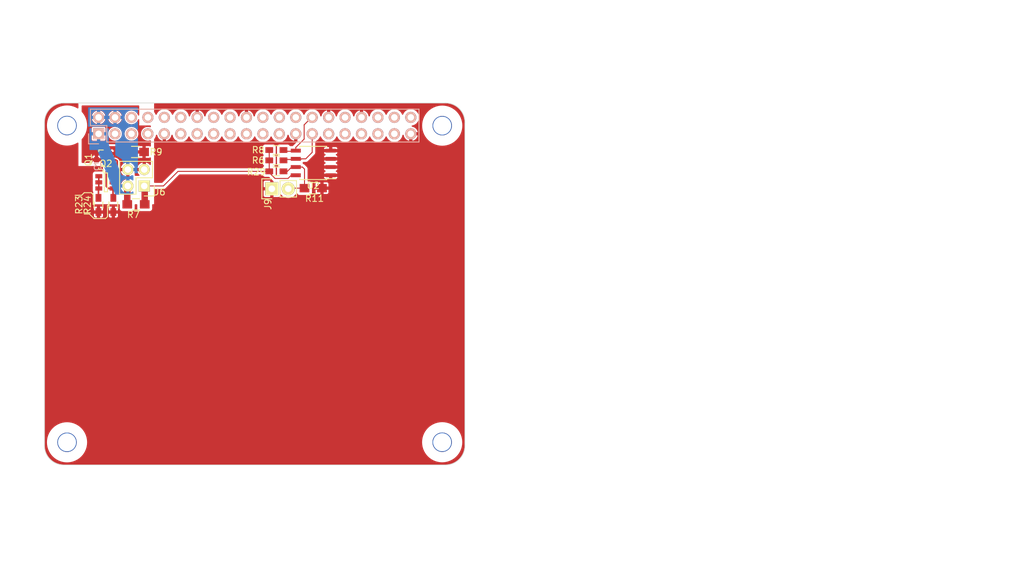
<source format=kicad_pcb>
(kicad_pcb (version 20221018) (generator pcbnew)
  (layers (0 "F.Cu" signal) (1 "In1.Cu" signal) (2 "In2.Cu" signal) (31 "B.Cu" signal) (34 "B.Paste" user) (35 "F.Paste" user) (36 "B.SilkS" user "B.Silkscreen") (37 "F.SilkS" user "F.Silkscreen") (38 "B.Mask" user) (39 "F.Mask" user) (44 "Edge.Cuts" user))
  (net 0 "")
  (net 1 "GND")
  (net 2 "/ID_SD_EEPROM")
  (net 3 "/ID_SC_EEPROM")
  (net 4 "Net-(Q1-Pad1)")
  (net 5 "Net-(Q2-Pad1)")
  (net 6 "/P3V3_HAT")
  (net 7 "/P5V_HAT")
  (net 8 "/P3V3")
  (net 9 "/P5V")
  (net 10 "Net-(J9-Pad2)")
  (footprint "Pin_Headers:Pin_Header_Straight_2x02" (layer "F.Cu") (at 93.98 73.66 180)
    (fp_text reference "J6" (at -2.42 -0.94 180) (layer "F.SilkS"))
    (fp_text value "CONN_02X02")
    (fp_line (start -1.55 0) (end -1.55 -1.55) (stroke (width 0.15)) (layer "F.SilkS"))
    (fp_line (start -1.27 1.27) (end 1.27 1.27) (stroke (width 0.15)) (layer "F.SilkS"))
    (fp_line (start -1.27 3.81) (end -1.27 1.27) (stroke (width 0.15)) (layer "F.SilkS"))
    (fp_line (start 0 -1.55) (end -1.55 -1.55) (stroke (width 0.15)) (layer "F.SilkS"))
    (fp_line (start 1.27 -1.27) (end 3.81 -1.27) (stroke (width 0.15)) (layer "F.SilkS"))
    (fp_line (start 1.27 1.27) (end 1.27 -1.27) (stroke (width 0.15)) (layer "F.SilkS"))
    (fp_line (start 3.81 -1.27) (end 3.81 3.81) (stroke (width 0.15)) (layer "F.SilkS"))
    (fp_line (start 3.81 3.81) (end -1.27 3.81) (stroke (width 0.15)) (layer "F.SilkS"))
    (pad "1" thru_hole rect (at 0 0 180) (size 1.7272 1.7272) (drill 1.016) (layers "*.Cu" "*.Mask" "F.SilkS") (net 8 "/P3V3"))
    (pad "2" thru_hole oval (at 2.54 0 180) (size 1.7272 1.7272) (drill 1.016) (layers "*.Cu" "*.Mask" "F.SilkS") (net 6 "/P3V3_HAT"))
    (pad "3" thru_hole oval (at 0 2.54 180) (size 1.7272 1.7272) (drill 1.016) (layers "*.Cu" "*.Mask" "F.SilkS") (net 9 "/P5V"))
    (pad "4" thru_hole oval (at 2.54 2.54 180) (size 1.7272 1.7272) (drill 1.016) (layers "*.Cu" "*.Mask" "F.SilkS") (net 7 "/P5V_HAT"))
  )
  (footprint "Pin_Headers:Pin_Header_Straight_1x02" (layer "F.Cu") (at 113.7 74.1 90)
    (fp_text reference "J9" (at -2.4 -0.6 90) (layer "F.SilkS"))
    (fp_text value "CONN_01X02")
    (fp_line (start -1.55 -1.55) (end 1.55 -1.55) (stroke (width 0.15)) (layer "F.SilkS"))
    (fp_line (start -1.55 0) (end -1.55 -1.55) (stroke (width 0.15)) (layer "F.SilkS"))
    (fp_line (start -1.27 1.27) (end -1.27 3.81) (stroke (width 0.15)) (layer "F.SilkS"))
    (fp_line (start -1.27 3.81) (end 1.27 3.81) (stroke (width 0.15)) (layer "F.SilkS"))
    (fp_line (start 1.27 1.27) (end -1.27 1.27) (stroke (width 0.15)) (layer "F.SilkS"))
    (fp_line (start 1.27 1.27) (end 1.27 3.81) (stroke (width 0.15)) (layer "F.SilkS"))
    (fp_line (start 1.55 -1.55) (end 1.55 0) (stroke (width 0.15)) (layer "F.SilkS"))
    (pad "1" thru_hole rect (at 0 0 90) (size 2.032 2.032) (drill 1.016) (layers "*.Cu" "*.Mask" "F.SilkS") (net 1 "GND"))
    (pad "2" thru_hole oval (at 0 2.54 90) (size 2.032 2.032) (drill 1.016) (layers "*.Cu" "*.Mask" "F.SilkS") (net 10 "Net-(J9-Pad2)"))
  )
  (footprint "Resistors_SMD:R_0603_HandSoldering" (layer "F.Cu") (at 114.4 69.7)
    (fp_text reference "R6" (at -2.8 0) (layer "F.SilkS"))
    (fp_text value "3.9K")
    (fp_line (start -0.5 -0.675) (end 0.5 -0.675) (stroke (width 0.15)) (layer "F.SilkS"))
    (fp_line (start 0.5 0.675) (end -0.5 0.675) (stroke (width 0.15)) (layer "F.SilkS"))
    (pad "1" smd rect (at -1.1 0) (size 1.2 0.9) (layers "F.Cu" "F.Paste" "F.Mask") (net 8 "/P3V3"))
    (pad "2" smd rect (at 1.1 0) (size 1.2 0.9) (layers "F.Cu" "F.Paste" "F.Mask") (net 2 "/ID_SD_EEPROM"))
  )
  (footprint "Resistors_SMD:R_0805_HandSoldering" (layer "F.Cu") (at 92.7 76.5)
    (fp_text reference "R7" (at -0.4 1.6) (layer "F.SilkS"))
    (fp_text value "DNP")
    (fp_line (start -0.6 -0.875) (end 0.6 -0.875) (stroke (width 0.15)) (layer "F.SilkS"))
    (fp_line (start 0.6 0.875) (end -0.6 0.875) (stroke (width 0.15)) (layer "F.SilkS"))
    (pad "1" smd rect (at -1.35 0) (size 1.5 1.3) (layers "F.Cu" "F.Paste" "F.Mask") (net 6 "/P3V3_HAT"))
    (pad "2" smd rect (at 1.35 0) (size 1.5 1.3) (layers "F.Cu" "F.Paste" "F.Mask") (net 8 "/P3V3"))
  )
  (footprint "Resistors_SMD:R_0603_HandSoldering" (layer "F.Cu") (at 114.4 68.1)
    (fp_text reference "R8" (at -2.8 0) (layer "F.SilkS"))
    (fp_text value "3.9K")
    (fp_line (start -0.5 -0.675) (end 0.5 -0.675) (stroke (width 0.15)) (layer "F.SilkS"))
    (fp_line (start 0.5 0.675) (end -0.5 0.675) (stroke (width 0.15)) (layer "F.SilkS"))
    (pad "1" smd rect (at -1.1 0) (size 1.2 0.9) (layers "F.Cu" "F.Paste" "F.Mask") (net 8 "/P3V3"))
    (pad "2" smd rect (at 1.1 0) (size 1.2 0.9) (layers "F.Cu" "F.Paste" "F.Mask") (net 3 "/ID_SC_EEPROM"))
  )
  (footprint "Resistors_SMD:R_0805_HandSoldering" (layer "F.Cu") (at 92.6 68.4)
    (fp_text reference "R9" (at 3.2 0) (layer "F.SilkS"))
    (fp_text value "DNP")
    (fp_line (start -0.6 -0.875) (end 0.6 -0.875) (stroke (width 0.15)) (layer "F.SilkS"))
    (fp_line (start 0.6 0.875) (end -0.6 0.875) (stroke (width 0.15)) (layer "F.SilkS"))
    (pad "1" smd rect (at -1.35 0) (size 1.5 1.3) (layers "F.Cu" "F.Paste" "F.Mask") (net 7 "/P5V_HAT"))
    (pad "2" smd rect (at 1.35 0) (size 1.5 1.3) (layers "F.Cu" "F.Paste" "F.Mask") (net 9 "/P5V"))
  )
  (footprint "Resistors_SMD:R_0805_HandSoldering" (layer "F.Cu") (at 120.1 74)
    (fp_text reference "R11" (at 0.2 1.6) (layer "F.SilkS"))
    (fp_text value "DNP")
    (fp_line (start -0.6 -0.875) (end 0.6 -0.875) (stroke (width 0.15)) (layer "F.SilkS"))
    (fp_line (start 0.6 0.875) (end -0.6 0.875) (stroke (width 0.15)) (layer "F.SilkS"))
    (pad "1" smd rect (at -1.35 0) (size 1.5 1.3) (layers "F.Cu" "F.Paste" "F.Mask") (net 10 "Net-(J9-Pad2)"))
    (pad "2" smd rect (at 1.35 0) (size 1.5 1.3) (layers "F.Cu" "F.Paste" "F.Mask") (net 1 "GND"))
  )
  (footprint "Resistors_SMD:R_0603_HandSoldering" (layer "F.Cu") (at 86.9 76.6 -90)
    (fp_text reference "R23" (at 0 3 270) (layer "F.SilkS"))
    (fp_text value "22")
    (fp_line (start -0.5 -0.675) (end 0.5 -0.675) (stroke (width 0.15)) (layer "F.SilkS"))
    (fp_line (start 0.5 0.675) (end -0.5 0.675) (stroke (width 0.15)) (layer "F.SilkS"))
    (pad "1" smd rect (at -1.1 0 270) (size 1.2 0.9) (layers "F.Cu" "F.Paste" "F.Mask") (net 5 "Net-(Q2-Pad1)"))
    (pad "2" smd rect (at 1.1 0 270) (size 1.2 0.9) (layers "F.Cu" "F.Paste" "F.Mask") (net 1 "GND"))
  )
  (footprint "Resistors_SMD:R_0603_HandSoldering" (layer "F.Cu") (at 89.2 76.6 -90)
    (fp_text reference "R24" (at 0 4 270) (layer "F.SilkS"))
    (fp_text value "22")
    (fp_line (start -0.5 -0.675) (end 0.5 -0.675) (stroke (width 0.15)) (layer "F.SilkS"))
    (fp_line (start 0.5 0.675) (end -0.5 0.675) (stroke (width 0.15)) (layer "F.SilkS"))
    (pad "1" smd rect (at -1.1 0 270) (size 1.2 0.9) (layers "F.Cu" "F.Paste" "F.Mask") (net 4 "Net-(Q1-Pad1)"))
    (pad "2" smd rect (at 1.1 0 270) (size 1.2 0.9) (layers "F.Cu" "F.Paste" "F.Mask") (net 1 "GND"))
  )
  (footprint "Resistors_SMD:R_0603_HandSoldering" (layer "F.Cu") (at 114.4 71.4)
    (fp_text reference "R29" (at -3.1 0.1) (layer "F.SilkS"))
    (fp_text value "10K")
    (fp_line (start -0.5 -0.675) (end 0.5 -0.675) (stroke (width 0.15)) (layer "F.SilkS"))
    (fp_line (start 0.5 0.675) (end -0.5 0.675) (stroke (width 0.15)) (layer "F.SilkS"))
    (pad "1" smd rect (at -1.1 0) (size 1.2 0.9) (layers "F.Cu" "F.Paste" "F.Mask") (net 8 "/P3V3"))
    (pad "2" smd rect (at 1.1 0) (size 1.2 0.9) (layers "F.Cu" "F.Paste" "F.Mask") (net 10 "Net-(J9-Pad2)"))
  )
  (footprint "TO_SOT_Packages_SMD:SOT-23" (layer "F.Cu") (at 87.6 69.6 90)
    (fp_text reference "Q1" (at 0 -2.25 90) (layer "F.SilkS"))
    (fp_text value "DMG2305UX")
    (fp_line (start -1.49982 -0.65024) (end -1.2509 -0.65024) (stroke (width 0.15)) (layer "F.SilkS"))
    (fp_line (start -1.49982 0.0508) (end -1.49982 -0.65024) (stroke (width 0.15)) (layer "F.SilkS"))
    (fp_line (start 1.29916 -0.65024) (end 1.2509 -0.65024) (stroke (width 0.15)) (layer "F.SilkS"))
    (fp_line (start 1.29916 -0.65024) (end 1.49982 -0.65024) (stroke (width 0.15)) (layer "F.SilkS"))
    (fp_line (start 1.49982 -0.65024) (end 1.49982 0.0508) (stroke (width 0.15)) (layer "F.SilkS"))
    (pad "1" smd rect (at -0.95 1.00076 90) (size 0.8001 0.8001) (layers "F.Cu" "F.Paste" "F.Mask") (net 4 "Net-(Q1-Pad1)"))
    (pad "2" smd rect (at 0.95 1.00076 90) (size 0.8001 0.8001) (layers "F.Cu" "F.Paste" "F.Mask") (net 7 "/P5V_HAT"))
    (pad "3" smd rect (at 0 -0.99822 90) (size 0.8001 0.8001) (layers "F.Cu" "F.Paste" "F.Mask") (net 9 "/P5V"))
  )
  (footprint "TO_SOT_Packages_SMD:SOT-23-6" (layer "F.Cu") (at 88.05 73.1)
    (fp_text reference "Q2" (at 0 -2.9) (layer "F.SilkS"))
    (fp_text value "DMMT5401")
    (fp_line (start -0.25 -1.45) (end -0.25 1.45) (stroke (width 0.15)) (layer "F.SilkS"))
    (fp_line (start -0.25 1.45) (end 0.25 1.45) (stroke (width 0.15)) (layer "F.SilkS"))
    (fp_line (start 0.25 -1.45) (end -0.25 -1.45) (stroke (width 0.15)) (layer "F.SilkS"))
    (fp_line (start 0.25 1.45) (end 0.25 -1.45) (stroke (width 0.15)) (layer "F.SilkS"))
    (fp_circle (center -0.4 -1.7) (end -0.3 -1.7) (stroke (width 0.15)) (fill none) (layer "F.SilkS"))
    (pad "1" smd rect (at -1.1 -0.95) (size 1.06 0.65) (layers "F.Cu" "F.Paste" "F.Mask") (net 5 "Net-(Q2-Pad1)"))
    (pad "2" smd rect (at -1.1 0) (size 1.06 0.65) (layers "F.Cu" "F.Paste" "F.Mask") (net 5 "Net-(Q2-Pad1)"))
    (pad "3" smd rect (at -1.1 0.95) (size 1.06 0.65) (layers "F.Cu" "F.Paste" "F.Mask") (net 5 "Net-(Q2-Pad1)"))
    (pad "4" smd rect (at 1.1 0.95) (size 1.06 0.65) (layers "F.Cu" "F.Paste" "F.Mask") (net 4 "Net-(Q1-Pad1)"))
    (pad "5" smd rect (at 1.1 0) (size 1.06 0.65) (layers "F.Cu" "F.Paste" "F.Mask") (net 7 "/P5V_HAT"))
    (pad "6" smd rect (at 1.1 -0.95) (size 1.06 0.65) (layers "F.Cu" "F.Paste" "F.Mask") (net 9 "/P5V"))
  )
  (footprint "Housings_SOIC:SOIC-8_3.9x4.9mm_Pitch1.27mm" (layer "F.Cu") (at 120.1 70.1 180)
    (fp_text reference "U2" (at 0 -3.5 180) (layer "F.SilkS"))
    (fp_text value "CAT24C32")
    (fp_line (start -2.075 -2.575) (end -2.075 -2.43) (stroke (width 0.15)) (layer "F.SilkS"))
    (fp_line (start -2.075 -2.575) (end 2.075 -2.575) (stroke (width 0.15)) (layer "F.SilkS"))
    (fp_line (start -2.075 -2.43) (end -3.475 -2.43) (stroke (width 0.15)) (layer "F.SilkS"))
    (fp_line (start -2.075 2.575) (end -2.075 2.43) (stroke (width 0.15)) (layer "F.SilkS"))
    (fp_line (start -2.075 2.575) (end 2.075 2.575) (stroke (width 0.15)) (layer "F.SilkS"))
    (fp_line (start 2.075 -2.575) (end 2.075 -2.43) (stroke (width 0.15)) (layer "F.SilkS"))
    (fp_line (start 2.075 2.575) (end 2.075 2.43) (stroke (width 0.15)) (layer "F.SilkS"))
    (pad "1" smd rect (at -2.7 -1.905 180) (size 1.55 0.6) (layers "F.Cu" "F.Paste" "F.Mask") (net 1 "GND"))
    (pad "2" smd rect (at -2.7 -0.635 180) (size 1.55 0.6) (layers "F.Cu" "F.Paste" "F.Mask") (net 1 "GND"))
    (pad "3" smd rect (at -2.7 0.635 180) (size 1.55 0.6) (layers "F.Cu" "F.Paste" "F.Mask") (net 1 "GND"))
    (pad "4" smd rect (at -2.7 1.905 180) (size 1.55 0.6) (layers "F.Cu" "F.Paste" "F.Mask") (net 1 "GND"))
    (pad "5" smd rect (at 2.7 1.905 180) (size 1.55 0.6) (layers "F.Cu" "F.Paste" "F.Mask") (net 3 "/ID_SC_EEPROM"))
    (pad "6" smd rect (at 2.7 0.635 180) (size 1.55 0.6) (layers "F.Cu" "F.Paste" "F.Mask") (net 2 "/ID_SD_EEPROM"))
    (pad "7" smd rect (at 2.7 -0.635 180) (size 1.55 0.6) (layers "F.Cu" "F.Paste" "F.Mask") (net 10 "Net-(J9-Pad2)"))
    (pad "8" smd rect (at 2.7 -1.905 180) (size 1.55 0.6) (layers "F.Cu" "F.Paste" "F.Mask") (net 8 "/P3V3"))
  )
  (footprint "project_footprints:NPTH_3mm_ID" (layer "F.Cu") (at 82.04 64.31)
    (fp_text reference "H1" (at 0.06 0.09) (layer "F.SilkS"))
    (fp_text value "3mm_Mounting_Hole")
    (pad "" np_thru_hole circle locked (at 0 0) (size 3 3) (drill 2.75) (layers "*.Cu" "*.Mask") (clearance 1.6))
  )
  (footprint "project_footprints:NPTH_3mm_ID" (layer "F.Cu") (at 140.04 64.33)
    (fp_text reference "H2" (at 0.06 0.09) (layer "F.SilkS"))
    (fp_text value "3mm_Mounting_Hole")
    (pad "" np_thru_hole circle locked (at 0 0) (size 3 3) (drill 2.75) (layers "*.Cu" "*.Mask") (clearance 1.6))
  )
  (footprint "project_footprints:NPTH_3mm_ID" (layer "F.Cu") (at 82.04 113.32)
    (fp_text reference "H3" (at 0.06 0.09) (layer "F.SilkS"))
    (fp_text value "3mm_Mounting_Hole")
    (pad "" np_thru_hole circle locked (at 0 0) (size 3 3) (drill 2.75) (layers "*.Cu" "*.Mask") (clearance 1.6))
  )
  (footprint "project_footprints:NPTH_3mm_ID" (layer "F.Cu") (at 140.03 113.31)
    (fp_text reference "H4" (at 0.06 0.09) (layer "F.SilkS"))
    (fp_text value "3mm_Mounting_Hole")
    (pad "" np_thru_hole circle locked (at 0 0) (size 3 3) (drill 2.75) (layers "*.Cu" "*.Mask") (clearance 1.6))
  )
  (footprint "Socket_Strips:Socket_Strip_Straight_2x20" (layer "B.Cu") (at 86.92 65.59)
    (fp_text reference "J3" (at 0 5.1) (layer "B.SilkS") (effects (justify mirror)))
    (fp_text value "40HAT")
    (fp_line (start -1.55 1.55) (end -1.55 0) (stroke (width 0.15)) (layer "B.SilkS"))
    (fp_line (start -1.27 -3.81) (end -1.27 -1.27) (stroke (width 0.15)) (layer "B.SilkS"))
    (fp_line (start -1.27 -1.27) (end 1.27 -1.27) (stroke (width 0.15)) (layer "B.SilkS"))
    (fp_line (start 0 1.55) (end -1.55 1.55) (stroke (width 0.15)) (layer "B.SilkS"))
    (fp_line (start 1.27 -1.27) (end 1.27 1.27) (stroke (width 0.15)) (layer "B.SilkS"))
    (fp_line (start 1.27 1.27) (end 49.53 1.27) (stroke (width 0.15)) (layer "B.SilkS"))
    (fp_line (start 49.53 -3.81) (end -1.27 -3.81) (stroke (width 0.15)) (layer "B.SilkS"))
    (fp_line (start 49.53 -3.81) (end 49.53 1.27) (stroke (width 0.15)) (layer "B.SilkS"))
    (pad "1" thru_hole rect locked (at 0 0) (size 1.7272 1.7272) (drill 1.016) (layers "*.Cu" "*.Mask" "B.SilkS") (net 6 "/P3V3_HAT"))
    (pad "2" thru_hole oval locked (at 0 -2.54) (size 1.7272 1.7272) (drill 1.016) (layers "*.Cu" "*.Mask" "B.SilkS") (net 7 "/P5V_HAT"))
    (pad "3" thru_hole oval locked (at 2.54 0) (size 1.7272 1.7272) (drill 1.016) (layers "*.Cu" "*.Mask" "B.SilkS"))
    (pad "4" thru_hole oval locked (at 2.54 -2.54) (size 1.7272 1.7272) (drill 1.016) (layers "*.Cu" "*.Mask" "B.SilkS") (net 7 "/P5V_HAT"))
    (pad "5" thru_hole oval locked (at 5.08 0) (size 1.7272 1.7272) (drill 1.016) (layers "*.Cu" "*.Mask" "B.SilkS"))
    (pad "6" thru_hole oval locked (at 5.08 -2.54) (size 1.7272 1.7272) (drill 1.016) (layers "*.Cu" "*.Mask" "B.SilkS") (net 1 "GND"))
    (pad "7" thru_hole oval locked (at 7.62 0) (size 1.7272 1.7272) (drill 1.016) (layers "*.Cu" "*.Mask" "B.SilkS"))
    (pad "8" thru_hole oval locked (at 7.62 -2.54) (size 1.7272 1.7272) (drill 1.016) (layers "*.Cu" "*.Mask" "B.SilkS"))
    (pad "9" thru_hole oval locked (at 10.16 0) (size 1.7272 1.7272) (drill 1.016) (layers "*.Cu" "*.Mask" "B.SilkS") (net 1 "GND"))
    (pad "10" thru_hole oval locked (at 10.16 -2.54) (size 1.7272 1.7272) (drill 1.016) (layers "*.Cu" "*.Mask" "B.SilkS"))
    (pad "11" thru_hole oval locked (at 12.7 0) (size 1.7272 1.7272) (drill 1.016) (layers "*.Cu" "*.Mask" "B.SilkS"))
    (pad "12" thru_hole oval locked (at 12.7 -2.54) (size 1.7272 1.7272) (drill 1.016) (layers "*.Cu" "*.Mask" "B.SilkS"))
    (pad "13" thru_hole oval locked (at 15.24 0) (size 1.7272 1.7272) (drill 1.016) (layers "*.Cu" "*.Mask" "B.SilkS"))
    (pad "14" thru_hole oval locked (at 15.24 -2.54) (size 1.7272 1.7272) (drill 1.016) (layers "*.Cu" "*.Mask" "B.SilkS") (net 1 "GND"))
    (pad "15" thru_hole oval locked (at 17.78 0) (size 1.7272 1.7272) (drill 1.016) (layers "*.Cu" "*.Mask" "B.SilkS"))
    (pad "16" thru_hole oval locked (at 17.78 -2.54) (size 1.7272 1.7272) (drill 1.016) (layers "*.Cu" "*.Mask" "B.SilkS"))
    (pad "17" thru_hole oval locked (at 20.32 0) (size 1.7272 1.7272) (drill 1.016) (layers "*.Cu" "*.Mask" "B.SilkS"))
    (pad "18" thru_hole oval locked (at 20.32 -2.54) (size 1.7272 1.7272) (drill 1.016) (layers "*.Cu" "*.Mask" "B.SilkS"))
    (pad "19" thru_hole oval locked (at 22.86 0) (size 1.7272 1.7272) (drill 1.016) (layers "*.Cu" "*.Mask" "B.SilkS"))
    (pad "20" thru_hole oval locked (at 22.86 -2.54) (size 1.7272 1.7272) (drill 1.016) (layers "*.Cu" "*.Mask" "B.SilkS") (net 1 "GND"))
    (pad "21" thru_hole oval locked (at 25.4 0) (size 1.7272 1.7272) (drill 1.016) (layers "*.Cu" "*.Mask" "B.SilkS"))
    (pad "22" thru_hole oval locked (at 25.4 -2.54) (size 1.7272 1.7272) (drill 1.016) (layers "*.Cu" "*.Mask" "B.SilkS"))
    (pad "23" thru_hole oval locked (at 27.94 0) (size 1.7272 1.7272) (drill 1.016) (layers "*.Cu" "*.Mask" "B.SilkS"))
    (pad "24" thru_hole oval locked (at 27.94 -2.54) (size 1.7272 1.7272) (drill 1.016) (layers "*.Cu" "*.Mask" "B.SilkS"))
    (pad "25" thru_hole oval locked (at 30.48 0) (size 1.7272 1.7272) (drill 1.016) (layers "*.Cu" "*.Mask" "B.SilkS") (net 1 "GND"))
    (pad "26" thru_hole oval locked (at 30.48 -2.54) (size 1.7272 1.7272) (drill 1.016) (layers "*.Cu" "*.Mask" "B.SilkS"))
    (pad "27" thru_hole oval locked (at 33.02 0) (size 1.7272 1.7272) (drill 1.016) (layers "*.Cu" "*.Mask" "B.SilkS") (net 2 "/ID_SD_EEPROM"))
    (pad "28" thru_hole oval locked (at 33.02 -2.54) (size 1.7272 1.7272) (drill 1.016) (layers "*.Cu" "*.Mask" "B.SilkS") (net 3 "/ID_SC_EEPROM"))
    (pad "29" thru_hole oval locked (at 35.56 0) (size 1.7272 1.7272) (drill 1.016) (layers "*.Cu" "*.Mask" "B.SilkS"))
    (pad "30" thru_hole oval locked (at 35.56 -2.54) (size 1.7272 1.7272) (drill 1.016) (layers "*.Cu" "*.Mask" "B.SilkS") (net 1 "GND"))
    (pad "31" thru_hole oval locked (at 38.1 0) (size 1.7272 1.7272) (drill 1.016) (layers "*.Cu" "*.Mask" "B.SilkS"))
    (pad "32" thru_hole oval locked (at 38.1 -2.54) (size 1.7272 1.7272) (drill 1.016) (layers "*.Cu" "*.Mask" "B.SilkS"))
    (pad "33" thru_hole oval locked (at 40.64 0) (size 1.7272 1.7272) (drill 1.016) (layers "*.Cu" "*.Mask" "B.SilkS"))
    (pad "34" thru_hole oval locked (at 40.64 -2.54) (size 1.7272 1.7272) (drill 1.016) (layers "*.Cu" "*.Mask" "B.SilkS") (net 1 "GND"))
    (pad "35" thru_hole oval locked (at 43.18 0) (size 1.7272 1.7272) (drill 1.016) (layers "*.Cu" "*.Mask" "B.SilkS"))
    (pad "36" thru_hole oval locked (at 43.18 -2.54) (size 1.7272 1.7272) (drill 1.016) (layers "*.Cu" "*.Mask" "B.SilkS"))
    (pad "37" thru_hole oval locked (at 45.72 0) (size 1.7272 1.7272) (drill 1.016) (layers "*.Cu" "*.Mask" "B.SilkS"))
    (pad "38" thru_hole oval locked (at 45.72 -2.54) (size 1.7272 1.7272) (drill 1.016) (layers "*.Cu" "*.Mask" "B.SilkS"))
    (pad "39" thru_hole oval locked (at 48.26 0) (size 1.7272 1.7272) (drill 1.016) (layers "*.Cu" "*.Mask" "B.SilkS") (net 1 "GND"))
    (pad "40" thru_hole oval locked (at 48.26 -2.54) (size 1.7272 1.7272) (drill 1.016) (layers "*.Cu" "*.Mask" "B.SilkS"))
  )
  (gr_line (start 88.3 78.4) (end 88.3 76.7) (stroke (width 0.15)) (layer "F.SilkS"))
  (gr_line (start 83.3 75.1) (end 84.3 75.1) (stroke (width 0.15)) (layer "F.SilkS"))
  (gr_line (start 88.3 76.7) (end 88.4 76.6) (stroke (width 0.15)) (layer "F.SilkS"))
  (gr_line (start 85.8 74.7) (end 86.1 75) (stroke (width 0.15)) (layer "F.SilkS"))
  (gr_line (start 86.1 76.5) (end 86.3 76.5) (stroke (width 0.15)) (layer "F.SilkS"))
  (gr_line (start 84.3 75.1) (end 84.7 74.7) (stroke (width 0.15)) (layer "F.SilkS"))
  (gr_line (start 84.7 74.7) (end 85.8 74.7) (stroke (width 0.15)) (layer "F.SilkS"))
  (gr_line (start 88 78.7) (end 88.3 78.4) (stroke (width 0.15)) (layer "F.SilkS"))
  (gr_line (start 86.2 78.7) (end 88 78.7) (stroke (width 0.15)) (layer "F.SilkS"))
  (gr_line (start 84.7 78) (end 85.5 78) (stroke (width 0.15)) (layer "F.SilkS"))
  (gr_line (start 86.1 75) (end 86.1 76.5) (stroke (width 0.15)) (layer "F.SilkS"))
  (gr_line (start 85.5 78) (end 86.2 78.7) (stroke (width 0.15)) (layer "F.SilkS"))
  (gr_line (start 88.4 76.6) (end 88.5 76.6) (stroke (width 0.15)) (layer "F.SilkS"))
  (gr_line (start 81.546356 116.817611) (end 140.546356 116.817611) (stroke (width 0.1)) (layer "Edge.Cuts"))
  (gr_arc (start 143.546351 113.822847) (mid 142.665824 115.940781) (end 140.546356 116.817611) (stroke (width 0.1)) (layer "Edge.Cuts"))
  (gr_line (start 143.546356 113.817611) (end 143.546356 63.817611) (stroke (width 0.1)) (layer "Edge.Cuts"))
  (gr_arc (start 78.546356 63.817611) (mid 79.425036 61.696291) (end 81.546356 60.817611) (stroke (width 0.1)) (layer "Edge.Cuts"))
  (gr_arc (start 81.546356 116.817611) (mid 79.425036 115.938931) (end 78.546356 113.817611) (stroke (width 0.1)) (layer "Edge.Cuts"))
  (gr_line (start 140.546356 60.817611) (end 81.546356 60.817611) (stroke (width 0.1)) (layer "Edge.Cuts"))
  (gr_arc (start 140.546356 60.817611) (mid 142.667676 61.696291) (end 143.546356 63.817611) (stroke (width 0.1)) (layer "Edge.Cuts"))
  (gr_line (start 78.546356 63.817611) (end 78.546356 113.817611) (stroke (width 0.1)) (layer "Edge.Cuts"))
  (segment (start 115.635 69.565) (end 115.5 69.7) (width 0.15) (layer "F.Cu") (net 2))
  (segment (start 119.94 68.46) (end 118.935 69.465) (width 0.15) (layer "F.Cu") (net 2))
  (segment (start 118.935 69.465) (end 117.4 69.465) (width 0.15) (layer "F.Cu") (net 2))
  (segment (start 119.94 65.59) (end 119.94 68.46) (width 0.15) (layer "F.Cu") (net 2))
  (segment (start 117.34 69.565) (end 115.635 69.565) (width 0.15) (layer "F.Cu") (net 2))
  (segment (start 117.34 69.565) (end 118.135 69.565) (width 0.25) (layer "F.Cu") (net 2))
  (segment (start 119.94 66.06) (end 119.94 65.59) (width 0.25) (layer "B.Cu") (net 2))
  (segment (start 115.695 68.295) (end 115.5 68.1) (width 0.15) (layer "F.Cu") (net 3))
  (segment (start 119.85 63.05) (end 118.7 64.2) (width 0.15) (layer "F.Cu") (net 3))
  (segment (start 118.7 64.2) (end 118.7 66.4) (width 0.15) (layer "F.Cu") (net 3))
  (segment (start 118.7 66.4) (end 117.4 67.7) (width 0.15) (layer "F.Cu") (net 3))
  (segment (start 117.4 67.7) (end 117.4 68.195) (width 0.15) (layer "F.Cu") (net 3))
  (segment (start 117.34 68.295) (end 115.695 68.295) (width 0.15) (layer "F.Cu") (net 3))
  (segment (start 119.94 63.05) (end 119.85 63.05) (width 0.15) (layer "F.Cu") (net 3))
  (segment (start 89.15 75.45) (end 89.2 75.5) (width 0.25) (layer "F.Cu") (net 4))
  (segment (start 88.60076 70.89924) (end 88.1 71.4) (width 0.25) (layer "F.Cu") (net 4))
  (segment (start 88.1 71.4) (end 88.1 73.7) (width 0.25) (layer "F.Cu") (net 4))
  (segment (start 88.1 73.7) (end 88.45 74.05) (width 0.25) (layer "F.Cu") (net 4))
  (segment (start 88.45 74.05) (end 89.15 74.05) (width 0.25) (layer "F.Cu") (net 4))
  (segment (start 88.60076 70.55) (end 88.60076 70.89924) (width 0.25) (layer "F.Cu") (net 4))
  (segment (start 89.15 74.05) (end 89.15 75.45) (width 0.25) (layer "F.Cu") (net 4))
  (segment (start 86.95 73.1) (end 86.95 74.05) (width 0.25) (layer "F.Cu") (net 5))
  (segment (start 86.95 74.05) (end 86.9 74.1) (width 0.25) (layer "F.Cu") (net 5))
  (segment (start 86.9 74.1) (end 86.9 75.5) (width 0.25) (layer "F.Cu") (net 5))
  (segment (start 86.95 72.15) (end 86.95 73.1) (width 0.25) (layer "F.Cu") (net 5))
  (segment (start 91.35 73.75) (end 91.44 73.66) (width 0.25) (layer "F.Cu") (net 6))
  (segment (start 91.35 76.5) (end 91.35 73.75) (width 1) (layer "F.Cu") (net 6))
  (segment (start 89.9 73.1) (end 90.6 72.4) (width 0.15) (layer "F.Cu") (net 7))
  (segment (start 90.6 72.4) (end 91.2 72.4) (width 0.15) (layer "F.Cu") (net 7))
  (segment (start 91.2 72.4) (end 91.44 72.16) (width 0.15) (layer "F.Cu") (net 7))
  (segment (start 91.44 72.16) (end 91.44 71.12) (width 0.15) (layer "F.Cu") (net 7))
  (segment (start 88.7 68.65) (end 88.7 68.6) (width 0.6) (layer "F.Cu") (net 7))
  (segment (start 89.15 73.1) (end 89.9 73.1) (width 0.15) (layer "F.Cu") (net 7))
  (segment (start 94.05 73.73) (end 93.98 73.66) (width 0.15) (layer "F.Cu") (net 8))
  (segment (start 113.3 69.7) (end 113.3 71.4) (width 0.15) (layer "F.Cu") (net 8))
  (segment (start 116.695 72.005) (end 116.2 72.5) (width 0.15) (layer "F.Cu") (net 8))
  (segment (start 116.2 72.5) (end 114.2 72.5) (width 0.15) (layer "F.Cu") (net 8))
  (segment (start 114.2 72.5) (end 113.3 71.6) (width 0.15) (layer "F.Cu") (net 8))
  (segment (start 113.3 71.6) (end 113.3 71.4) (width 0.15) (layer "F.Cu") (net 8))
  (segment (start 99.2 71.4) (end 96.94 73.66) (width 0.15) (layer "F.Cu") (net 8))
  (segment (start 96.94 73.66) (end 93.98 73.66) (width 0.15) (layer "F.Cu") (net 8))
  (segment (start 113.3 68.1) (end 113.3 69.7) (width 0.15) (layer "F.Cu") (net 8))
  (segment (start 94.05 76.5) (end 94.05 73.73) (width 1) (layer "F.Cu") (net 8))
  (segment (start 113.3 71.4) (end 99.2 71.4) (width 0.15) (layer "F.Cu") (net 8))
  (segment (start 117.4 72.005) (end 116.695 72.005) (width 0.15) (layer "F.Cu") (net 8))
  (segment (start 89.5 69.6) (end 89.6 69.7) (width 0.25) (layer "F.Cu") (net 9))
  (segment (start 89.6 69.7) (end 89.7 69.7) (width 0.25) (layer "F.Cu") (net 9))
  (segment (start 89.7 69.7) (end 89.8 69.8) (width 0.25) (layer "F.Cu") (net 9))
  (segment (start 89.8 69.8) (end 89.8 71.3) (width 0.25) (layer "F.Cu") (net 9))
  (segment (start 89.8 71.3) (end 89.15 71.95) (width 0.25) (layer "F.Cu") (net 9))
  (segment (start 89.15 71.95) (end 89.15 72.15) (width 0.25) (layer "F.Cu") (net 9))
  (segment (start 94.15 68.6) (end 93.95 68.4) (width 0.25) (layer "F.Cu") (net 9))
  (segment (start 93.98 68.43) (end 93.95 68.4) (width 0.25) (layer "F.Cu") (net 9))
  (segment (start 93.98 71.12) (end 93.98 68.43) (width 0.25) (layer "F.Cu") (net 9))
  (segment (start 86.5 69.6) (end 89.5 69.6) (width 0.25) (layer "F.Cu") (net 9))
  (segment (start 116.64 74) (end 116.24 74.4) (width 0.15) (layer "F.Cu") (net 10))
  (segment (start 116.765 70.735) (end 116.1 71.4) (width 0.15) (layer "F.Cu") (net 10))
  (segment (start 116.1 71.4) (end 115.5 71.4) (width 0.15) (layer "F.Cu") (net 10))
  (segment (start 118.75 71.05) (end 118.435 70.735) (width 0.15) (layer "F.Cu") (net 10))
  (segment (start 118.435 70.735) (end 117.4 70.735) (width 0.15) (layer "F.Cu") (net 10))
  (segment (start 118.75 74) (end 118.75 71.05) (width 0.15) (layer "F.Cu") (net 10))
  (segment (start 117.4 70.735) (end 116.765 70.735) (width 0.15) (layer "F.Cu") (net 10))
  (segment (start 118.75 74) (end 116.64 74) (width 0.15) (layer "F.Cu") (net 10))
  (segment (start 115.5 71.4) (end 115.8 71.4) (width 0.15) (layer "F.Cu") (net 10))
  (zone (net 1) (net_name "GND") (layer "F.Cu") (connect_pads (clearance 0.4)) (min_thickness 0.2) (fill yes (thermal_gap 0.25) (thermal_bridge_width 0.508))
    (polygon (pts (xy 144.1 133.38) (xy 77.6 133.38) (xy 77.6 59.08) (xy 144.1 59.08)))
    (polygon (pts (xy 83.8 60.38) (xy 83.8 70.58) (xy 87.6 70.58) (xy 87.6 76.48) (xy 95.5 76.48) (xy 95.5 70.58) (xy 95.5 67.28) (xy 95.5 60.38)))
  )
  (zone (net 7) (net_name "/P5V_HAT") (layer "F.Cu") (connect_pads (clearance 0.2)) (min_thickness 0.2) (fill yes (thermal_gap 0.25) (thermal_bridge_width 0.508))
    (polygon (pts (xy 91.8 72.7) (xy 90.5 73.4) (xy 89.6 73.4) (xy 89.5 73.5) (xy 88 67.5) (xy 91.8 67.5)))
  )
  (zone (net 9) (net_name "/P5V") (layer "F.Cu") (connect_pads (clearance 0.2)) (min_thickness 0.2) (fill yes (thermal_gap 0.25) (thermal_bridge_width 0.508))
    (polygon (pts (xy 93.2 64.3) (xy 95 64.3) (xy 95 72.1) (xy 92.5 72.1) (xy 92.5 67.2) (xy 87.6 67.2) (xy 87.6 70.1) (xy 84.3 70.1) (xy 84.3 61.2) (xy 93.2 61.2)))
  )
  (zone (net 6) (net_name "/P3V3_HAT") (layer "B.Cu") (connect_pads (clearance 0.2)) (min_thickness 0.2) (fill yes (thermal_gap 0.25) (thermal_bridge_width 0.508))
    (polygon (pts (xy 88.5 67.3) (xy 90.5 72) (xy 92.3 72) (xy 92.3 75) (xy 89.5 75) (xy 86.7 68.1) (xy 85.5 68.1) (xy 85.5 64.7) (xy 86.4 64.7) (xy 88.5 64.7)))
  )
  (zone (net 7) (net_name "/P5V_HAT") (layer "B.Cu") (connect_pads (clearance 0.2)) (min_thickness 0.2) (fill yes (thermal_gap 0.25) (thermal_bridge_width 0.508))
    (polygon (pts (xy 93 71.7) (xy 91.2 71.7) (xy 90.5 69.5) (xy 89.5 68.9) (xy 89.5 64.5) (xy 85.3 64.5) (xy 85.3 61.5) (xy 93 61.5)))
  )
)
</source>
